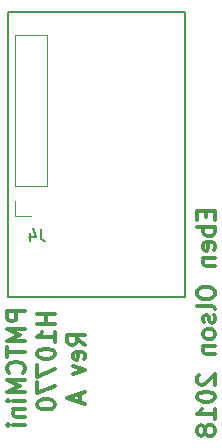
<source format=gbr>
G04 #@! TF.GenerationSoftware,KiCad,Pcbnew,5.0.0-rc2-be01b52~65~ubuntu17.10.1*
G04 #@! TF.CreationDate,2018-07-06T13:28:39-04:00*
G04 #@! TF.ProjectId,pmtcmini-h10770,706D74636D696E692D6831303737302E,rev?*
G04 #@! TF.SameCoordinates,Original*
G04 #@! TF.FileFunction,Legend,Bot*
G04 #@! TF.FilePolarity,Positive*
%FSLAX46Y46*%
G04 Gerber Fmt 4.6, Leading zero omitted, Abs format (unit mm)*
G04 Created by KiCad (PCBNEW 5.0.0-rc2-be01b52~65~ubuntu17.10.1) date Fri Jul  6 13:28:39 2018*
%MOMM*%
%LPD*%
G01*
G04 APERTURE LIST*
%ADD10C,0.300000*%
%ADD11C,0.150000*%
%ADD12C,0.120000*%
G04 APERTURE END LIST*
D10*
X142467857Y-72660714D02*
X142467857Y-73160714D01*
X143253571Y-73375000D02*
X143253571Y-72660714D01*
X141753571Y-72660714D01*
X141753571Y-73375000D01*
X143253571Y-74017857D02*
X141753571Y-74017857D01*
X142325000Y-74017857D02*
X142253571Y-74160714D01*
X142253571Y-74446428D01*
X142325000Y-74589285D01*
X142396428Y-74660714D01*
X142539285Y-74732142D01*
X142967857Y-74732142D01*
X143110714Y-74660714D01*
X143182142Y-74589285D01*
X143253571Y-74446428D01*
X143253571Y-74160714D01*
X143182142Y-74017857D01*
X143182142Y-75946428D02*
X143253571Y-75803571D01*
X143253571Y-75517857D01*
X143182142Y-75375000D01*
X143039285Y-75303571D01*
X142467857Y-75303571D01*
X142325000Y-75375000D01*
X142253571Y-75517857D01*
X142253571Y-75803571D01*
X142325000Y-75946428D01*
X142467857Y-76017857D01*
X142610714Y-76017857D01*
X142753571Y-75303571D01*
X142253571Y-76660714D02*
X143253571Y-76660714D01*
X142396428Y-76660714D02*
X142325000Y-76732142D01*
X142253571Y-76875000D01*
X142253571Y-77089285D01*
X142325000Y-77232142D01*
X142467857Y-77303571D01*
X143253571Y-77303571D01*
X141753571Y-79446428D02*
X141753571Y-79732142D01*
X141825000Y-79875000D01*
X141967857Y-80017857D01*
X142253571Y-80089285D01*
X142753571Y-80089285D01*
X143039285Y-80017857D01*
X143182142Y-79875000D01*
X143253571Y-79732142D01*
X143253571Y-79446428D01*
X143182142Y-79303571D01*
X143039285Y-79160714D01*
X142753571Y-79089285D01*
X142253571Y-79089285D01*
X141967857Y-79160714D01*
X141825000Y-79303571D01*
X141753571Y-79446428D01*
X143253571Y-80946428D02*
X143182142Y-80803571D01*
X143039285Y-80732142D01*
X141753571Y-80732142D01*
X143182142Y-81446428D02*
X143253571Y-81589285D01*
X143253571Y-81875000D01*
X143182142Y-82017857D01*
X143039285Y-82089285D01*
X142967857Y-82089285D01*
X142825000Y-82017857D01*
X142753571Y-81875000D01*
X142753571Y-81660714D01*
X142682142Y-81517857D01*
X142539285Y-81446428D01*
X142467857Y-81446428D01*
X142325000Y-81517857D01*
X142253571Y-81660714D01*
X142253571Y-81875000D01*
X142325000Y-82017857D01*
X143253571Y-82946428D02*
X143182142Y-82803571D01*
X143110714Y-82732142D01*
X142967857Y-82660714D01*
X142539285Y-82660714D01*
X142396428Y-82732142D01*
X142325000Y-82803571D01*
X142253571Y-82946428D01*
X142253571Y-83160714D01*
X142325000Y-83303571D01*
X142396428Y-83375000D01*
X142539285Y-83446428D01*
X142967857Y-83446428D01*
X143110714Y-83375000D01*
X143182142Y-83303571D01*
X143253571Y-83160714D01*
X143253571Y-82946428D01*
X142253571Y-84089285D02*
X143253571Y-84089285D01*
X142396428Y-84089285D02*
X142325000Y-84160714D01*
X142253571Y-84303571D01*
X142253571Y-84517857D01*
X142325000Y-84660714D01*
X142467857Y-84732142D01*
X143253571Y-84732142D01*
X141896428Y-86517857D02*
X141825000Y-86589285D01*
X141753571Y-86732142D01*
X141753571Y-87089285D01*
X141825000Y-87232142D01*
X141896428Y-87303571D01*
X142039285Y-87375000D01*
X142182142Y-87375000D01*
X142396428Y-87303571D01*
X143253571Y-86446428D01*
X143253571Y-87375000D01*
X141753571Y-88303571D02*
X141753571Y-88446428D01*
X141825000Y-88589285D01*
X141896428Y-88660714D01*
X142039285Y-88732142D01*
X142325000Y-88803571D01*
X142682142Y-88803571D01*
X142967857Y-88732142D01*
X143110714Y-88660714D01*
X143182142Y-88589285D01*
X143253571Y-88446428D01*
X143253571Y-88303571D01*
X143182142Y-88160714D01*
X143110714Y-88089285D01*
X142967857Y-88017857D01*
X142682142Y-87946428D01*
X142325000Y-87946428D01*
X142039285Y-88017857D01*
X141896428Y-88089285D01*
X141825000Y-88160714D01*
X141753571Y-88303571D01*
X143253571Y-90232142D02*
X143253571Y-89375000D01*
X143253571Y-89803571D02*
X141753571Y-89803571D01*
X141967857Y-89660714D01*
X142110714Y-89517857D01*
X142182142Y-89375000D01*
X142396428Y-91089285D02*
X142325000Y-90946428D01*
X142253571Y-90875000D01*
X142110714Y-90803571D01*
X142039285Y-90803571D01*
X141896428Y-90875000D01*
X141825000Y-90946428D01*
X141753571Y-91089285D01*
X141753571Y-91375000D01*
X141825000Y-91517857D01*
X141896428Y-91589285D01*
X142039285Y-91660714D01*
X142110714Y-91660714D01*
X142253571Y-91589285D01*
X142325000Y-91517857D01*
X142396428Y-91375000D01*
X142396428Y-91089285D01*
X142467857Y-90946428D01*
X142539285Y-90875000D01*
X142682142Y-90803571D01*
X142967857Y-90803571D01*
X143110714Y-90875000D01*
X143182142Y-90946428D01*
X143253571Y-91089285D01*
X143253571Y-91375000D01*
X143182142Y-91517857D01*
X143110714Y-91589285D01*
X142967857Y-91660714D01*
X142682142Y-91660714D01*
X142539285Y-91589285D01*
X142467857Y-91517857D01*
X142396428Y-91375000D01*
X127153571Y-81128571D02*
X125653571Y-81128571D01*
X125653571Y-81700000D01*
X125725000Y-81842857D01*
X125796428Y-81914285D01*
X125939285Y-81985714D01*
X126153571Y-81985714D01*
X126296428Y-81914285D01*
X126367857Y-81842857D01*
X126439285Y-81700000D01*
X126439285Y-81128571D01*
X127153571Y-82628571D02*
X125653571Y-82628571D01*
X126725000Y-83128571D01*
X125653571Y-83628571D01*
X127153571Y-83628571D01*
X125653571Y-84128571D02*
X125653571Y-84985714D01*
X127153571Y-84557142D02*
X125653571Y-84557142D01*
X127010714Y-86342857D02*
X127082142Y-86271428D01*
X127153571Y-86057142D01*
X127153571Y-85914285D01*
X127082142Y-85700000D01*
X126939285Y-85557142D01*
X126796428Y-85485714D01*
X126510714Y-85414285D01*
X126296428Y-85414285D01*
X126010714Y-85485714D01*
X125867857Y-85557142D01*
X125725000Y-85700000D01*
X125653571Y-85914285D01*
X125653571Y-86057142D01*
X125725000Y-86271428D01*
X125796428Y-86342857D01*
X127153571Y-86985714D02*
X125653571Y-86985714D01*
X126725000Y-87485714D01*
X125653571Y-87985714D01*
X127153571Y-87985714D01*
X127153571Y-88700000D02*
X126153571Y-88700000D01*
X125653571Y-88700000D02*
X125725000Y-88628571D01*
X125796428Y-88700000D01*
X125725000Y-88771428D01*
X125653571Y-88700000D01*
X125796428Y-88700000D01*
X126153571Y-89414285D02*
X127153571Y-89414285D01*
X126296428Y-89414285D02*
X126225000Y-89485714D01*
X126153571Y-89628571D01*
X126153571Y-89842857D01*
X126225000Y-89985714D01*
X126367857Y-90057142D01*
X127153571Y-90057142D01*
X127153571Y-90771428D02*
X126153571Y-90771428D01*
X125653571Y-90771428D02*
X125725000Y-90700000D01*
X125796428Y-90771428D01*
X125725000Y-90842857D01*
X125653571Y-90771428D01*
X125796428Y-90771428D01*
X129703571Y-81378571D02*
X128203571Y-81378571D01*
X128917857Y-81378571D02*
X128917857Y-82235714D01*
X129703571Y-82235714D02*
X128203571Y-82235714D01*
X129703571Y-83735714D02*
X129703571Y-82878571D01*
X129703571Y-83307142D02*
X128203571Y-83307142D01*
X128417857Y-83164285D01*
X128560714Y-83021428D01*
X128632142Y-82878571D01*
X128203571Y-84664285D02*
X128203571Y-84807142D01*
X128275000Y-84950000D01*
X128346428Y-85021428D01*
X128489285Y-85092857D01*
X128775000Y-85164285D01*
X129132142Y-85164285D01*
X129417857Y-85092857D01*
X129560714Y-85021428D01*
X129632142Y-84950000D01*
X129703571Y-84807142D01*
X129703571Y-84664285D01*
X129632142Y-84521428D01*
X129560714Y-84450000D01*
X129417857Y-84378571D01*
X129132142Y-84307142D01*
X128775000Y-84307142D01*
X128489285Y-84378571D01*
X128346428Y-84450000D01*
X128275000Y-84521428D01*
X128203571Y-84664285D01*
X128203571Y-85664285D02*
X128203571Y-86664285D01*
X129703571Y-86021428D01*
X128203571Y-87092857D02*
X128203571Y-88092857D01*
X129703571Y-87450000D01*
X128203571Y-88950000D02*
X128203571Y-89092857D01*
X128275000Y-89235714D01*
X128346428Y-89307142D01*
X128489285Y-89378571D01*
X128775000Y-89450000D01*
X129132142Y-89450000D01*
X129417857Y-89378571D01*
X129560714Y-89307142D01*
X129632142Y-89235714D01*
X129703571Y-89092857D01*
X129703571Y-88950000D01*
X129632142Y-88807142D01*
X129560714Y-88735714D01*
X129417857Y-88664285D01*
X129132142Y-88592857D01*
X128775000Y-88592857D01*
X128489285Y-88664285D01*
X128346428Y-88735714D01*
X128275000Y-88807142D01*
X128203571Y-88950000D01*
X132253571Y-83985714D02*
X131539285Y-83485714D01*
X132253571Y-83128571D02*
X130753571Y-83128571D01*
X130753571Y-83700000D01*
X130825000Y-83842857D01*
X130896428Y-83914285D01*
X131039285Y-83985714D01*
X131253571Y-83985714D01*
X131396428Y-83914285D01*
X131467857Y-83842857D01*
X131539285Y-83700000D01*
X131539285Y-83128571D01*
X132182142Y-85200000D02*
X132253571Y-85057142D01*
X132253571Y-84771428D01*
X132182142Y-84628571D01*
X132039285Y-84557142D01*
X131467857Y-84557142D01*
X131325000Y-84628571D01*
X131253571Y-84771428D01*
X131253571Y-85057142D01*
X131325000Y-85200000D01*
X131467857Y-85271428D01*
X131610714Y-85271428D01*
X131753571Y-84557142D01*
X131253571Y-85771428D02*
X132253571Y-86128571D01*
X131253571Y-86485714D01*
X131825000Y-88128571D02*
X131825000Y-88842857D01*
X132253571Y-87985714D02*
X130753571Y-88485714D01*
X132253571Y-88985714D01*
D11*
G04 #@! TO.C,J4*
X125775000Y-55774000D02*
X125775000Y-55901000D01*
X125902000Y-55774000D02*
X125775000Y-55774000D01*
X140761000Y-55774000D02*
X125902000Y-55774000D01*
X140761000Y-79904000D02*
X140761000Y-55774000D01*
X125775000Y-79904000D02*
X140761000Y-79904000D01*
X125775000Y-55901000D02*
X125775000Y-79904000D01*
D12*
X126350000Y-71776000D02*
X126350000Y-73106000D01*
X126350000Y-73106000D02*
X127680000Y-73106000D01*
X129010000Y-70506000D02*
X129010000Y-57746000D01*
X126350000Y-70506000D02*
X129010000Y-70506000D01*
X126350000Y-57746000D02*
X129010000Y-57746000D01*
X126350000Y-70506000D02*
X126350000Y-57746000D01*
D11*
X128521333Y-74149380D02*
X128521333Y-74863666D01*
X128568952Y-75006523D01*
X128664190Y-75101761D01*
X128807047Y-75149380D01*
X128902285Y-75149380D01*
X127616571Y-74482714D02*
X127616571Y-75149380D01*
X127854666Y-74101761D02*
X128092761Y-74816047D01*
X127473714Y-74816047D01*
G04 #@! TD*
M02*

</source>
